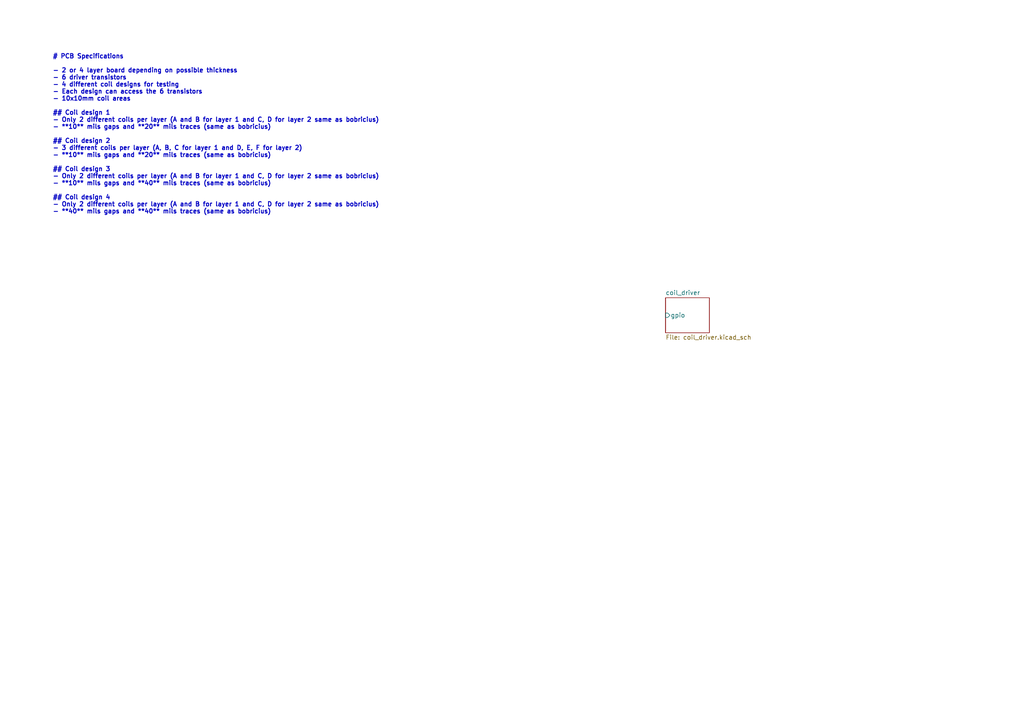
<source format=kicad_sch>
(kicad_sch
	(version 20231120)
	(generator "eeschema")
	(generator_version "8.0")
	(uuid "5cf2dcf7-5ec2-4e1e-b447-3274d291aabc")
	(paper "A4")
	(lib_symbols)
	(text "# PCB Specifications\n\n- 2 or 4 layer board depending on possible thickness\n- 6 driver transistors\n- 4 different coil designs for testing\n- Each design can access the 6 transistors\n- 10x10mm coil areas\n\n## Coil design 1\n- Only 2 different coils per layer (A and B for layer 1 and C, D for layer 2 same as bobricius)\n- **10** mils gaps and **20** mils traces (same as bobricius)\n\n## Coil design 2\n- 3 different coils per layer (A, B, C for layer 1 and D, E, F for layer 2)\n- **10** mils gaps and **20** mils traces (same as bobricius)\n\n## Coil design 3\n- Only 2 different coils per layer (A and B for layer 1 and C, D for layer 2 same as bobricius)\n- **10** mils gaps and **40** mils traces (same as bobricius)\n\n## Coil design 4\n- Only 2 different coils per layer (A and B for layer 1 and C, D for layer 2 same as bobricius)\n- **40** mils gaps and **40** mils traces (same as bobricius)"
		(exclude_from_sim no)
		(at 15.24 15.748 0)
		(effects
			(font
				(size 1.27 1.27)
				(thickness 0.254)
				(bold yes)
			)
			(justify left top)
		)
		(uuid "1fcd9aab-98f2-4245-9e7d-e7de652d1d56")
	)
	(sheet
		(at 193.04 86.36)
		(size 12.7 10.16)
		(fields_autoplaced yes)
		(stroke
			(width 0.1524)
			(type solid)
		)
		(fill
			(color 0 0 0 0.0000)
		)
		(uuid "27363450-2a5f-4a38-9aab-ecd0d33a8670")
		(property "Sheetname" "coil_driver"
			(at 193.04 85.6484 0)
			(effects
				(font
					(size 1.27 1.27)
				)
				(justify left bottom)
			)
		)
		(property "Sheetfile" "coil_driver.kicad_sch"
			(at 193.04 97.1046 0)
			(effects
				(font
					(size 1.27 1.27)
				)
				(justify left top)
			)
		)
		(pin "gpio" input
			(at 193.04 91.44 180)
			(effects
				(font
					(size 1.27 1.27)
				)
				(justify left)
			)
			(uuid "1aefcde1-9f57-496a-9c2c-56de6d48a017")
		)
		(instances
			(project "linears"
				(path "/5cf2dcf7-5ec2-4e1e-b447-3274d291aabc"
					(page "2")
				)
			)
		)
	)
	(sheet_instances
		(path "/"
			(page "1")
		)
	)
)

</source>
